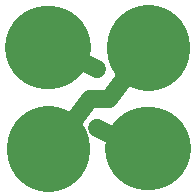
<source format=gbl>
%TF.GenerationSoftware,KiCad,Pcbnew,4.0.5-e0-6337~49~ubuntu16.04.1*%
%TF.CreationDate,2017-01-18T13:46:43-08:00*%
%TF.ProjectId,2x2-Switch-Slide,3278322D5377697463682D536C696465,1.0*%
%TF.FileFunction,Copper,L2,Bot,Signal*%
%FSLAX46Y46*%
G04 Gerber Fmt 4.6, Leading zero omitted, Abs format (unit mm)*
G04 Created by KiCad (PCBNEW 4.0.5-e0-6337~49~ubuntu16.04.1) date Wed Jan 18 13:46:43 2017*
%MOMM*%
%LPD*%
G01*
G04 APERTURE LIST*
%ADD10C,0.350000*%
%ADD11C,1.500000*%
%ADD12C,6.000000*%
%ADD13C,1.250000*%
%ADD14C,7.000000*%
%ADD15C,0.254000*%
%ADD16C,0.350000*%
G04 APERTURE END LIST*
D10*
D11*
X139362200Y-98229600D02*
X140362200Y-98229600D01*
X140362200Y-98229600D02*
X143362200Y-94229600D01*
X139320000Y-95707200D02*
X135320000Y-93707200D01*
X138785800Y-98239400D02*
X135785800Y-102239400D01*
X139785800Y-98239400D02*
X138785800Y-98239400D01*
X143307800Y-102692200D02*
X139307800Y-100692200D01*
D12*
X143408400Y-94209600D03*
D13*
X139320000Y-98211000D03*
X139320000Y-95711000D03*
X139320000Y-100711000D03*
D12*
X143408400Y-102209600D03*
X135408400Y-94209600D03*
X135408400Y-102209600D03*
D14*
X143662400Y-93726000D02*
X143662400Y-93980000D01*
D15*
X143383000Y-94107000D02*
X143383000Y-94108000D01*
D14*
X135026400Y-93827600D02*
X135280400Y-93827600D01*
X143713200Y-102412800D02*
X143459200Y-102412800D01*
X135178800Y-102565200D02*
X135178800Y-102311200D01*
D16*
X143408400Y-94209600D03*
X139320000Y-98211000D03*
X139320000Y-95711000D03*
X139320000Y-100711000D03*
X143408400Y-102209600D03*
X135408400Y-94209600D03*
X135408400Y-102209600D03*
M02*

</source>
